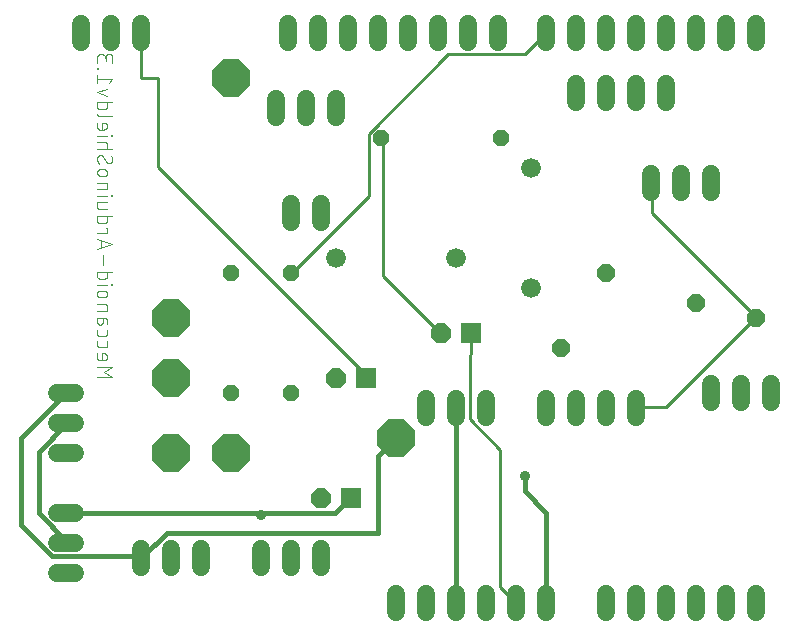
<source format=gbr>
G04 EAGLE Gerber X2 export*
%TF.Part,Single*%
%TF.FileFunction,Copper,L2,Bot,Mixed*%
%TF.FilePolarity,Positive*%
%TF.GenerationSoftware,Autodesk,EAGLE,9.1.3*%
%TF.CreationDate,2018-09-14T18:40:43Z*%
G75*
%MOMM*%
%FSLAX34Y34*%
%LPD*%
%AMOC8*
5,1,8,0,0,1.08239X$1,22.5*%
G01*
%ADD10C,0.101600*%
%ADD11C,1.676400*%
%ADD12P,3.436588X8X202.500000*%
%ADD13C,1.524000*%
%ADD14P,1.814519X8X22.500000*%
%ADD15R,1.676400X1.676400*%
%ADD16P,3.436588X8X112.500000*%
%ADD17P,1.429621X8X292.500000*%
%ADD18P,1.429621X8X202.500000*%
%ADD19P,1.649562X8X22.500000*%
%ADD20C,0.406400*%
%ADD21C,0.254000*%
%ADD22C,0.906400*%


D10*
X76708Y216408D02*
X89662Y216408D01*
X82465Y220726D01*
X89662Y225044D01*
X76708Y225044D01*
X76708Y232998D02*
X76708Y236597D01*
X76708Y232998D02*
X76710Y232906D01*
X76716Y232815D01*
X76725Y232724D01*
X76739Y232633D01*
X76756Y232543D01*
X76778Y232454D01*
X76803Y232366D01*
X76831Y232279D01*
X76864Y232193D01*
X76900Y232109D01*
X76939Y232026D01*
X76982Y231945D01*
X77029Y231866D01*
X77078Y231789D01*
X77131Y231714D01*
X77187Y231642D01*
X77246Y231572D01*
X77308Y231504D01*
X77373Y231439D01*
X77441Y231377D01*
X77511Y231318D01*
X77583Y231262D01*
X77658Y231209D01*
X77735Y231160D01*
X77814Y231113D01*
X77895Y231070D01*
X77978Y231031D01*
X78062Y230995D01*
X78148Y230962D01*
X78235Y230934D01*
X78323Y230909D01*
X78412Y230887D01*
X78502Y230870D01*
X78593Y230856D01*
X78684Y230847D01*
X78775Y230841D01*
X78867Y230839D01*
X82465Y230839D01*
X82571Y230841D01*
X82678Y230847D01*
X82784Y230857D01*
X82889Y230870D01*
X82994Y230888D01*
X83098Y230910D01*
X83202Y230935D01*
X83304Y230964D01*
X83405Y230997D01*
X83505Y231033D01*
X83604Y231074D01*
X83700Y231118D01*
X83796Y231165D01*
X83889Y231216D01*
X83981Y231270D01*
X84070Y231328D01*
X84157Y231389D01*
X84242Y231453D01*
X84325Y231520D01*
X84405Y231590D01*
X84482Y231664D01*
X84556Y231739D01*
X84628Y231818D01*
X84697Y231899D01*
X84762Y231983D01*
X84825Y232069D01*
X84884Y232157D01*
X84940Y232248D01*
X84993Y232340D01*
X85042Y232435D01*
X85088Y232531D01*
X85130Y232629D01*
X85168Y232728D01*
X85203Y232828D01*
X85234Y232930D01*
X85261Y233033D01*
X85285Y233137D01*
X85304Y233241D01*
X85320Y233347D01*
X85332Y233452D01*
X85340Y233558D01*
X85344Y233665D01*
X85344Y233771D01*
X85340Y233878D01*
X85332Y233984D01*
X85320Y234089D01*
X85304Y234195D01*
X85285Y234299D01*
X85261Y234403D01*
X85234Y234506D01*
X85203Y234608D01*
X85168Y234708D01*
X85130Y234807D01*
X85088Y234905D01*
X85042Y235001D01*
X84993Y235096D01*
X84940Y235188D01*
X84884Y235279D01*
X84825Y235367D01*
X84762Y235453D01*
X84697Y235537D01*
X84628Y235618D01*
X84556Y235697D01*
X84482Y235772D01*
X84405Y235846D01*
X84325Y235916D01*
X84242Y235983D01*
X84157Y236047D01*
X84070Y236108D01*
X83981Y236166D01*
X83889Y236220D01*
X83796Y236271D01*
X83700Y236318D01*
X83604Y236362D01*
X83505Y236403D01*
X83405Y236439D01*
X83304Y236472D01*
X83202Y236501D01*
X83098Y236526D01*
X82994Y236548D01*
X82889Y236566D01*
X82784Y236579D01*
X82678Y236589D01*
X82571Y236595D01*
X82465Y236597D01*
X81026Y236597D01*
X81026Y230839D01*
X76708Y243909D02*
X76708Y246788D01*
X76708Y243909D02*
X76710Y243817D01*
X76716Y243726D01*
X76725Y243635D01*
X76739Y243544D01*
X76756Y243454D01*
X76778Y243365D01*
X76803Y243277D01*
X76831Y243190D01*
X76864Y243104D01*
X76900Y243020D01*
X76939Y242937D01*
X76982Y242856D01*
X77029Y242777D01*
X77078Y242700D01*
X77131Y242625D01*
X77187Y242553D01*
X77246Y242483D01*
X77308Y242415D01*
X77373Y242350D01*
X77441Y242288D01*
X77511Y242229D01*
X77583Y242173D01*
X77658Y242120D01*
X77735Y242071D01*
X77814Y242024D01*
X77895Y241981D01*
X77978Y241942D01*
X78062Y241906D01*
X78148Y241873D01*
X78235Y241845D01*
X78323Y241820D01*
X78412Y241798D01*
X78502Y241781D01*
X78593Y241767D01*
X78684Y241758D01*
X78775Y241752D01*
X78867Y241750D01*
X83185Y241750D01*
X83277Y241752D01*
X83368Y241758D01*
X83459Y241767D01*
X83550Y241781D01*
X83640Y241798D01*
X83729Y241820D01*
X83817Y241845D01*
X83904Y241873D01*
X83990Y241906D01*
X84074Y241942D01*
X84157Y241981D01*
X84238Y242024D01*
X84317Y242071D01*
X84394Y242120D01*
X84469Y242173D01*
X84541Y242229D01*
X84611Y242288D01*
X84679Y242350D01*
X84744Y242415D01*
X84806Y242483D01*
X84865Y242553D01*
X84921Y242625D01*
X84974Y242700D01*
X85023Y242777D01*
X85070Y242856D01*
X85113Y242937D01*
X85152Y243020D01*
X85188Y243104D01*
X85221Y243190D01*
X85249Y243277D01*
X85274Y243365D01*
X85296Y243454D01*
X85313Y243544D01*
X85327Y243635D01*
X85336Y243726D01*
X85342Y243817D01*
X85344Y243909D01*
X85344Y246788D01*
X76708Y253548D02*
X76708Y256427D01*
X76708Y253548D02*
X76710Y253456D01*
X76716Y253365D01*
X76725Y253274D01*
X76739Y253183D01*
X76756Y253093D01*
X76778Y253004D01*
X76803Y252916D01*
X76831Y252829D01*
X76864Y252743D01*
X76900Y252659D01*
X76939Y252576D01*
X76982Y252495D01*
X77029Y252416D01*
X77078Y252339D01*
X77131Y252264D01*
X77187Y252192D01*
X77246Y252122D01*
X77308Y252054D01*
X77373Y251989D01*
X77441Y251927D01*
X77511Y251868D01*
X77583Y251812D01*
X77658Y251759D01*
X77735Y251710D01*
X77814Y251663D01*
X77895Y251620D01*
X77978Y251581D01*
X78062Y251545D01*
X78148Y251512D01*
X78235Y251484D01*
X78323Y251459D01*
X78412Y251437D01*
X78502Y251420D01*
X78593Y251406D01*
X78684Y251397D01*
X78775Y251391D01*
X78867Y251389D01*
X83185Y251389D01*
X83277Y251391D01*
X83368Y251397D01*
X83459Y251406D01*
X83550Y251420D01*
X83640Y251437D01*
X83729Y251459D01*
X83817Y251484D01*
X83904Y251512D01*
X83990Y251545D01*
X84074Y251581D01*
X84157Y251620D01*
X84238Y251663D01*
X84317Y251710D01*
X84394Y251759D01*
X84469Y251812D01*
X84541Y251868D01*
X84611Y251927D01*
X84679Y251989D01*
X84744Y252054D01*
X84806Y252122D01*
X84865Y252192D01*
X84921Y252264D01*
X84974Y252339D01*
X85023Y252416D01*
X85070Y252495D01*
X85113Y252576D01*
X85152Y252659D01*
X85188Y252743D01*
X85221Y252829D01*
X85249Y252916D01*
X85274Y253004D01*
X85296Y253093D01*
X85313Y253183D01*
X85327Y253274D01*
X85336Y253365D01*
X85342Y253456D01*
X85344Y253548D01*
X85344Y256427D01*
X81746Y263471D02*
X81746Y266710D01*
X81746Y263471D02*
X81744Y263372D01*
X81738Y263273D01*
X81729Y263175D01*
X81715Y263077D01*
X81698Y262980D01*
X81676Y262883D01*
X81651Y262787D01*
X81623Y262693D01*
X81590Y262599D01*
X81554Y262507D01*
X81515Y262416D01*
X81471Y262327D01*
X81425Y262240D01*
X81375Y262155D01*
X81321Y262072D01*
X81265Y261990D01*
X81205Y261912D01*
X81142Y261835D01*
X81077Y261761D01*
X81008Y261690D01*
X80937Y261621D01*
X80863Y261556D01*
X80786Y261493D01*
X80708Y261433D01*
X80626Y261377D01*
X80543Y261323D01*
X80458Y261273D01*
X80371Y261227D01*
X80282Y261183D01*
X80191Y261144D01*
X80099Y261108D01*
X80005Y261075D01*
X79911Y261047D01*
X79815Y261022D01*
X79718Y261000D01*
X79621Y260983D01*
X79523Y260969D01*
X79425Y260960D01*
X79326Y260954D01*
X79227Y260952D01*
X79128Y260954D01*
X79029Y260960D01*
X78931Y260969D01*
X78833Y260983D01*
X78736Y261000D01*
X78639Y261022D01*
X78543Y261047D01*
X78449Y261075D01*
X78355Y261108D01*
X78263Y261144D01*
X78172Y261183D01*
X78083Y261227D01*
X77996Y261273D01*
X77911Y261323D01*
X77828Y261377D01*
X77746Y261433D01*
X77668Y261493D01*
X77591Y261556D01*
X77517Y261621D01*
X77446Y261690D01*
X77377Y261761D01*
X77312Y261835D01*
X77249Y261912D01*
X77189Y261990D01*
X77133Y262072D01*
X77079Y262155D01*
X77029Y262240D01*
X76983Y262327D01*
X76939Y262416D01*
X76900Y262507D01*
X76864Y262599D01*
X76831Y262693D01*
X76803Y262787D01*
X76778Y262883D01*
X76756Y262980D01*
X76739Y263077D01*
X76725Y263175D01*
X76716Y263273D01*
X76710Y263372D01*
X76708Y263471D01*
X76708Y266710D01*
X83185Y266710D01*
X83277Y266708D01*
X83368Y266702D01*
X83459Y266693D01*
X83550Y266679D01*
X83640Y266662D01*
X83729Y266640D01*
X83817Y266615D01*
X83904Y266587D01*
X83990Y266554D01*
X84074Y266518D01*
X84157Y266479D01*
X84238Y266436D01*
X84317Y266389D01*
X84394Y266340D01*
X84469Y266287D01*
X84541Y266231D01*
X84611Y266172D01*
X84679Y266110D01*
X84744Y266045D01*
X84806Y265977D01*
X84865Y265907D01*
X84921Y265835D01*
X84974Y265760D01*
X85023Y265683D01*
X85070Y265604D01*
X85113Y265523D01*
X85152Y265440D01*
X85188Y265356D01*
X85221Y265270D01*
X85249Y265183D01*
X85274Y265095D01*
X85296Y265006D01*
X85313Y264916D01*
X85327Y264825D01*
X85336Y264734D01*
X85342Y264643D01*
X85344Y264551D01*
X85344Y261672D01*
X85344Y272749D02*
X76708Y272749D01*
X85344Y272749D02*
X85344Y276348D01*
X85342Y276440D01*
X85336Y276531D01*
X85327Y276622D01*
X85313Y276713D01*
X85296Y276803D01*
X85274Y276892D01*
X85249Y276980D01*
X85221Y277067D01*
X85188Y277153D01*
X85152Y277237D01*
X85113Y277320D01*
X85070Y277401D01*
X85023Y277480D01*
X84974Y277557D01*
X84921Y277632D01*
X84865Y277704D01*
X84806Y277774D01*
X84744Y277842D01*
X84679Y277907D01*
X84611Y277969D01*
X84541Y278028D01*
X84469Y278084D01*
X84394Y278137D01*
X84317Y278186D01*
X84238Y278233D01*
X84157Y278276D01*
X84074Y278315D01*
X83990Y278351D01*
X83904Y278384D01*
X83817Y278412D01*
X83729Y278437D01*
X83640Y278459D01*
X83550Y278476D01*
X83459Y278490D01*
X83368Y278499D01*
X83277Y278505D01*
X83185Y278507D01*
X76708Y278507D01*
X79587Y284065D02*
X82465Y284065D01*
X82571Y284067D01*
X82678Y284073D01*
X82784Y284083D01*
X82889Y284096D01*
X82994Y284114D01*
X83098Y284136D01*
X83202Y284161D01*
X83304Y284190D01*
X83405Y284223D01*
X83505Y284259D01*
X83604Y284300D01*
X83700Y284344D01*
X83796Y284391D01*
X83889Y284442D01*
X83981Y284496D01*
X84070Y284554D01*
X84157Y284615D01*
X84242Y284679D01*
X84325Y284746D01*
X84405Y284816D01*
X84482Y284890D01*
X84556Y284965D01*
X84628Y285044D01*
X84697Y285125D01*
X84762Y285209D01*
X84825Y285295D01*
X84884Y285383D01*
X84940Y285474D01*
X84993Y285566D01*
X85042Y285661D01*
X85088Y285757D01*
X85130Y285855D01*
X85168Y285954D01*
X85203Y286054D01*
X85234Y286156D01*
X85261Y286259D01*
X85285Y286363D01*
X85304Y286467D01*
X85320Y286573D01*
X85332Y286678D01*
X85340Y286784D01*
X85344Y286891D01*
X85344Y286997D01*
X85340Y287104D01*
X85332Y287210D01*
X85320Y287315D01*
X85304Y287421D01*
X85285Y287525D01*
X85261Y287629D01*
X85234Y287732D01*
X85203Y287834D01*
X85168Y287934D01*
X85130Y288033D01*
X85088Y288131D01*
X85042Y288227D01*
X84993Y288322D01*
X84940Y288414D01*
X84884Y288505D01*
X84825Y288593D01*
X84762Y288679D01*
X84697Y288763D01*
X84628Y288844D01*
X84556Y288923D01*
X84482Y288998D01*
X84405Y289072D01*
X84325Y289142D01*
X84242Y289209D01*
X84157Y289273D01*
X84070Y289334D01*
X83981Y289392D01*
X83889Y289446D01*
X83796Y289497D01*
X83700Y289544D01*
X83604Y289588D01*
X83505Y289629D01*
X83405Y289665D01*
X83304Y289698D01*
X83202Y289727D01*
X83098Y289752D01*
X82994Y289774D01*
X82889Y289792D01*
X82784Y289805D01*
X82678Y289815D01*
X82571Y289821D01*
X82465Y289823D01*
X82465Y289822D02*
X79587Y289822D01*
X79587Y289823D02*
X79481Y289821D01*
X79374Y289815D01*
X79268Y289805D01*
X79163Y289792D01*
X79058Y289774D01*
X78954Y289752D01*
X78850Y289727D01*
X78748Y289698D01*
X78647Y289665D01*
X78547Y289629D01*
X78448Y289588D01*
X78352Y289544D01*
X78256Y289497D01*
X78163Y289446D01*
X78071Y289392D01*
X77982Y289334D01*
X77895Y289273D01*
X77810Y289209D01*
X77727Y289142D01*
X77647Y289072D01*
X77570Y288998D01*
X77496Y288923D01*
X77424Y288844D01*
X77355Y288763D01*
X77290Y288679D01*
X77227Y288593D01*
X77168Y288505D01*
X77112Y288414D01*
X77059Y288322D01*
X77010Y288227D01*
X76964Y288131D01*
X76922Y288033D01*
X76884Y287934D01*
X76849Y287834D01*
X76818Y287732D01*
X76791Y287629D01*
X76767Y287525D01*
X76748Y287421D01*
X76732Y287315D01*
X76720Y287210D01*
X76712Y287104D01*
X76708Y286997D01*
X76708Y286891D01*
X76712Y286784D01*
X76720Y286678D01*
X76732Y286573D01*
X76748Y286467D01*
X76767Y286363D01*
X76791Y286259D01*
X76818Y286156D01*
X76849Y286054D01*
X76884Y285954D01*
X76922Y285855D01*
X76964Y285757D01*
X77010Y285661D01*
X77059Y285566D01*
X77112Y285474D01*
X77168Y285383D01*
X77227Y285295D01*
X77290Y285209D01*
X77355Y285125D01*
X77424Y285044D01*
X77496Y284965D01*
X77570Y284890D01*
X77647Y284816D01*
X77727Y284746D01*
X77810Y284679D01*
X77895Y284615D01*
X77982Y284554D01*
X78071Y284496D01*
X78163Y284442D01*
X78256Y284391D01*
X78352Y284344D01*
X78448Y284300D01*
X78547Y284259D01*
X78647Y284223D01*
X78748Y284190D01*
X78850Y284161D01*
X78954Y284136D01*
X79058Y284114D01*
X79163Y284096D01*
X79268Y284083D01*
X79374Y284073D01*
X79481Y284067D01*
X79587Y284065D01*
X76708Y294906D02*
X85344Y294906D01*
X88942Y294547D02*
X89662Y294547D01*
X89662Y295266D01*
X88942Y295266D01*
X88942Y294547D01*
X89662Y305686D02*
X76708Y305686D01*
X76708Y302088D01*
X76710Y301996D01*
X76716Y301905D01*
X76725Y301814D01*
X76739Y301723D01*
X76756Y301633D01*
X76778Y301544D01*
X76803Y301456D01*
X76831Y301369D01*
X76864Y301283D01*
X76900Y301199D01*
X76939Y301116D01*
X76982Y301035D01*
X77029Y300956D01*
X77078Y300879D01*
X77131Y300804D01*
X77187Y300732D01*
X77246Y300662D01*
X77308Y300594D01*
X77373Y300529D01*
X77441Y300467D01*
X77511Y300408D01*
X77583Y300352D01*
X77658Y300299D01*
X77735Y300250D01*
X77814Y300203D01*
X77895Y300160D01*
X77978Y300121D01*
X78062Y300085D01*
X78148Y300052D01*
X78235Y300024D01*
X78323Y299999D01*
X78412Y299977D01*
X78502Y299960D01*
X78593Y299946D01*
X78684Y299937D01*
X78775Y299931D01*
X78867Y299929D01*
X83185Y299929D01*
X83277Y299931D01*
X83368Y299937D01*
X83459Y299946D01*
X83550Y299960D01*
X83640Y299977D01*
X83729Y299999D01*
X83817Y300024D01*
X83904Y300052D01*
X83990Y300085D01*
X84074Y300121D01*
X84157Y300160D01*
X84238Y300203D01*
X84317Y300250D01*
X84394Y300299D01*
X84469Y300352D01*
X84541Y300408D01*
X84611Y300467D01*
X84679Y300529D01*
X84744Y300594D01*
X84806Y300662D01*
X84865Y300732D01*
X84921Y300804D01*
X84974Y300879D01*
X85023Y300956D01*
X85070Y301035D01*
X85113Y301116D01*
X85152Y301199D01*
X85188Y301283D01*
X85221Y301369D01*
X85249Y301456D01*
X85274Y301544D01*
X85296Y301633D01*
X85313Y301723D01*
X85327Y301814D01*
X85336Y301905D01*
X85342Y301996D01*
X85344Y302088D01*
X85344Y305686D01*
X81746Y311543D02*
X81746Y320179D01*
X76708Y324954D02*
X89662Y329272D01*
X76708Y333590D01*
X79947Y332511D02*
X79947Y326034D01*
X76708Y338617D02*
X85344Y338617D01*
X85344Y342935D01*
X83905Y342935D01*
X89662Y352625D02*
X76708Y352625D01*
X76708Y349027D01*
X76710Y348935D01*
X76716Y348844D01*
X76725Y348753D01*
X76739Y348662D01*
X76756Y348572D01*
X76778Y348483D01*
X76803Y348395D01*
X76831Y348308D01*
X76864Y348222D01*
X76900Y348138D01*
X76939Y348055D01*
X76982Y347974D01*
X77029Y347895D01*
X77078Y347818D01*
X77131Y347743D01*
X77187Y347671D01*
X77246Y347601D01*
X77308Y347533D01*
X77373Y347468D01*
X77441Y347406D01*
X77511Y347347D01*
X77583Y347291D01*
X77658Y347238D01*
X77735Y347189D01*
X77814Y347142D01*
X77895Y347099D01*
X77978Y347060D01*
X78062Y347024D01*
X78148Y346991D01*
X78235Y346963D01*
X78323Y346938D01*
X78412Y346916D01*
X78502Y346899D01*
X78593Y346885D01*
X78684Y346876D01*
X78775Y346870D01*
X78867Y346868D01*
X83185Y346868D01*
X83277Y346870D01*
X83368Y346876D01*
X83459Y346885D01*
X83550Y346899D01*
X83640Y346916D01*
X83729Y346938D01*
X83817Y346963D01*
X83904Y346991D01*
X83990Y347024D01*
X84074Y347060D01*
X84157Y347099D01*
X84238Y347142D01*
X84317Y347189D01*
X84394Y347238D01*
X84469Y347291D01*
X84541Y347347D01*
X84611Y347406D01*
X84679Y347468D01*
X84744Y347533D01*
X84806Y347601D01*
X84865Y347671D01*
X84921Y347743D01*
X84974Y347818D01*
X85023Y347895D01*
X85070Y347974D01*
X85113Y348055D01*
X85152Y348138D01*
X85188Y348222D01*
X85221Y348308D01*
X85249Y348395D01*
X85274Y348483D01*
X85296Y348572D01*
X85313Y348662D01*
X85327Y348753D01*
X85336Y348844D01*
X85342Y348935D01*
X85344Y349027D01*
X85344Y352625D01*
X85344Y358664D02*
X78867Y358664D01*
X78775Y358666D01*
X78684Y358672D01*
X78593Y358681D01*
X78502Y358695D01*
X78412Y358712D01*
X78323Y358734D01*
X78235Y358759D01*
X78148Y358787D01*
X78062Y358820D01*
X77978Y358856D01*
X77895Y358895D01*
X77814Y358938D01*
X77735Y358985D01*
X77658Y359034D01*
X77583Y359087D01*
X77511Y359143D01*
X77441Y359202D01*
X77373Y359264D01*
X77308Y359329D01*
X77246Y359397D01*
X77187Y359467D01*
X77131Y359539D01*
X77078Y359614D01*
X77029Y359691D01*
X76982Y359770D01*
X76939Y359851D01*
X76900Y359934D01*
X76864Y360018D01*
X76831Y360104D01*
X76803Y360191D01*
X76778Y360279D01*
X76756Y360368D01*
X76739Y360458D01*
X76725Y360549D01*
X76716Y360640D01*
X76710Y360731D01*
X76708Y360823D01*
X76708Y364422D01*
X85344Y364422D01*
X85344Y369925D02*
X76708Y369925D01*
X88942Y369565D02*
X89662Y369565D01*
X89662Y370285D01*
X88942Y370285D01*
X88942Y369565D01*
X85344Y375428D02*
X76708Y375428D01*
X85344Y375428D02*
X85344Y379027D01*
X85342Y379119D01*
X85336Y379210D01*
X85327Y379301D01*
X85313Y379392D01*
X85296Y379482D01*
X85274Y379571D01*
X85249Y379659D01*
X85221Y379746D01*
X85188Y379832D01*
X85152Y379916D01*
X85113Y379999D01*
X85070Y380080D01*
X85023Y380159D01*
X84974Y380236D01*
X84921Y380311D01*
X84865Y380383D01*
X84806Y380453D01*
X84744Y380521D01*
X84679Y380586D01*
X84611Y380648D01*
X84541Y380707D01*
X84469Y380763D01*
X84394Y380816D01*
X84317Y380865D01*
X84238Y380912D01*
X84157Y380955D01*
X84074Y380994D01*
X83990Y381030D01*
X83904Y381063D01*
X83817Y381091D01*
X83729Y381116D01*
X83640Y381138D01*
X83550Y381155D01*
X83459Y381169D01*
X83368Y381178D01*
X83277Y381184D01*
X83185Y381186D01*
X76708Y381186D01*
X79587Y386744D02*
X82465Y386744D01*
X82571Y386746D01*
X82678Y386752D01*
X82784Y386762D01*
X82889Y386775D01*
X82994Y386793D01*
X83098Y386815D01*
X83202Y386840D01*
X83304Y386869D01*
X83405Y386902D01*
X83505Y386938D01*
X83604Y386979D01*
X83700Y387023D01*
X83796Y387070D01*
X83889Y387121D01*
X83981Y387175D01*
X84070Y387233D01*
X84157Y387294D01*
X84242Y387358D01*
X84325Y387425D01*
X84405Y387495D01*
X84482Y387569D01*
X84556Y387644D01*
X84628Y387723D01*
X84697Y387804D01*
X84762Y387888D01*
X84825Y387974D01*
X84884Y388062D01*
X84940Y388153D01*
X84993Y388245D01*
X85042Y388340D01*
X85088Y388436D01*
X85130Y388534D01*
X85168Y388633D01*
X85203Y388733D01*
X85234Y388835D01*
X85261Y388938D01*
X85285Y389042D01*
X85304Y389146D01*
X85320Y389252D01*
X85332Y389357D01*
X85340Y389463D01*
X85344Y389570D01*
X85344Y389676D01*
X85340Y389783D01*
X85332Y389889D01*
X85320Y389994D01*
X85304Y390100D01*
X85285Y390204D01*
X85261Y390308D01*
X85234Y390411D01*
X85203Y390513D01*
X85168Y390613D01*
X85130Y390712D01*
X85088Y390810D01*
X85042Y390906D01*
X84993Y391001D01*
X84940Y391093D01*
X84884Y391184D01*
X84825Y391272D01*
X84762Y391358D01*
X84697Y391442D01*
X84628Y391523D01*
X84556Y391602D01*
X84482Y391677D01*
X84405Y391751D01*
X84325Y391821D01*
X84242Y391888D01*
X84157Y391952D01*
X84070Y392013D01*
X83981Y392071D01*
X83889Y392125D01*
X83796Y392176D01*
X83700Y392223D01*
X83604Y392267D01*
X83505Y392308D01*
X83405Y392344D01*
X83304Y392377D01*
X83202Y392406D01*
X83098Y392431D01*
X82994Y392453D01*
X82889Y392471D01*
X82784Y392484D01*
X82678Y392494D01*
X82571Y392500D01*
X82465Y392502D01*
X82465Y392501D02*
X79587Y392501D01*
X79587Y392502D02*
X79481Y392500D01*
X79374Y392494D01*
X79268Y392484D01*
X79163Y392471D01*
X79058Y392453D01*
X78954Y392431D01*
X78850Y392406D01*
X78748Y392377D01*
X78647Y392344D01*
X78547Y392308D01*
X78448Y392267D01*
X78352Y392223D01*
X78256Y392176D01*
X78163Y392125D01*
X78071Y392071D01*
X77982Y392013D01*
X77895Y391952D01*
X77810Y391888D01*
X77727Y391821D01*
X77647Y391751D01*
X77570Y391677D01*
X77496Y391602D01*
X77424Y391523D01*
X77355Y391442D01*
X77290Y391358D01*
X77227Y391272D01*
X77168Y391184D01*
X77112Y391093D01*
X77059Y391001D01*
X77010Y390906D01*
X76964Y390810D01*
X76922Y390712D01*
X76884Y390613D01*
X76849Y390513D01*
X76818Y390411D01*
X76791Y390308D01*
X76767Y390204D01*
X76748Y390100D01*
X76732Y389994D01*
X76720Y389889D01*
X76712Y389783D01*
X76708Y389676D01*
X76708Y389570D01*
X76712Y389463D01*
X76720Y389357D01*
X76732Y389252D01*
X76748Y389146D01*
X76767Y389042D01*
X76791Y388938D01*
X76818Y388835D01*
X76849Y388733D01*
X76884Y388633D01*
X76922Y388534D01*
X76964Y388436D01*
X77010Y388340D01*
X77059Y388245D01*
X77112Y388153D01*
X77168Y388062D01*
X77227Y387974D01*
X77290Y387888D01*
X77355Y387804D01*
X77424Y387723D01*
X77496Y387644D01*
X77570Y387569D01*
X77647Y387495D01*
X77727Y387425D01*
X77810Y387358D01*
X77895Y387294D01*
X77982Y387233D01*
X78071Y387175D01*
X78163Y387121D01*
X78256Y387070D01*
X78352Y387023D01*
X78448Y386979D01*
X78547Y386938D01*
X78647Y386902D01*
X78748Y386869D01*
X78850Y386840D01*
X78954Y386815D01*
X79058Y386793D01*
X79163Y386775D01*
X79268Y386762D01*
X79374Y386752D01*
X79481Y386746D01*
X79587Y386744D01*
X76708Y401658D02*
X76710Y401763D01*
X76716Y401868D01*
X76725Y401973D01*
X76739Y402077D01*
X76756Y402181D01*
X76777Y402284D01*
X76802Y402386D01*
X76830Y402487D01*
X76862Y402588D01*
X76898Y402686D01*
X76937Y402784D01*
X76980Y402880D01*
X77027Y402974D01*
X77076Y403067D01*
X77130Y403158D01*
X77186Y403247D01*
X77246Y403333D01*
X77308Y403418D01*
X77374Y403500D01*
X77443Y403579D01*
X77514Y403656D01*
X77589Y403731D01*
X77666Y403802D01*
X77745Y403871D01*
X77827Y403937D01*
X77912Y403999D01*
X77998Y404059D01*
X78087Y404116D01*
X78178Y404169D01*
X78271Y404218D01*
X78365Y404265D01*
X78461Y404308D01*
X78559Y404347D01*
X78657Y404383D01*
X78758Y404415D01*
X78859Y404443D01*
X78961Y404468D01*
X79064Y404489D01*
X79168Y404506D01*
X79272Y404520D01*
X79377Y404529D01*
X79482Y404535D01*
X79587Y404537D01*
X76708Y401658D02*
X76710Y401503D01*
X76716Y401348D01*
X76726Y401194D01*
X76740Y401040D01*
X76757Y400886D01*
X76779Y400732D01*
X76804Y400580D01*
X76834Y400428D01*
X76867Y400276D01*
X76904Y400126D01*
X76945Y399976D01*
X76990Y399828D01*
X77038Y399681D01*
X77091Y399535D01*
X77146Y399391D01*
X77206Y399248D01*
X77269Y399106D01*
X77336Y398967D01*
X77406Y398829D01*
X77480Y398693D01*
X77557Y398558D01*
X77638Y398426D01*
X77722Y398296D01*
X77809Y398168D01*
X77900Y398042D01*
X77993Y397919D01*
X78090Y397798D01*
X78190Y397680D01*
X78293Y397564D01*
X78399Y397451D01*
X78507Y397340D01*
X86783Y397699D02*
X86888Y397701D01*
X86993Y397707D01*
X87098Y397716D01*
X87202Y397730D01*
X87306Y397747D01*
X87409Y397768D01*
X87511Y397793D01*
X87612Y397821D01*
X87713Y397853D01*
X87811Y397889D01*
X87909Y397928D01*
X88005Y397971D01*
X88099Y398018D01*
X88192Y398067D01*
X88283Y398121D01*
X88372Y398177D01*
X88458Y398237D01*
X88543Y398299D01*
X88625Y398365D01*
X88704Y398434D01*
X88781Y398505D01*
X88856Y398580D01*
X88927Y398657D01*
X88996Y398736D01*
X89062Y398818D01*
X89124Y398903D01*
X89184Y398989D01*
X89240Y399078D01*
X89294Y399169D01*
X89343Y399262D01*
X89390Y399356D01*
X89433Y399452D01*
X89472Y399550D01*
X89508Y399648D01*
X89540Y399749D01*
X89568Y399850D01*
X89593Y399952D01*
X89614Y400055D01*
X89631Y400159D01*
X89645Y400263D01*
X89654Y400368D01*
X89660Y400473D01*
X89662Y400578D01*
X89663Y400578D02*
X89661Y400723D01*
X89655Y400867D01*
X89646Y401012D01*
X89632Y401156D01*
X89615Y401300D01*
X89593Y401443D01*
X89568Y401585D01*
X89539Y401727D01*
X89507Y401868D01*
X89470Y402008D01*
X89430Y402147D01*
X89386Y402285D01*
X89338Y402422D01*
X89287Y402557D01*
X89232Y402691D01*
X89174Y402823D01*
X89112Y402954D01*
X89046Y403083D01*
X88978Y403211D01*
X88905Y403336D01*
X88830Y403459D01*
X88751Y403581D01*
X88669Y403700D01*
X88583Y403817D01*
X84264Y399139D02*
X84319Y399049D01*
X84377Y398962D01*
X84437Y398877D01*
X84501Y398794D01*
X84568Y398714D01*
X84638Y398636D01*
X84711Y398560D01*
X84786Y398487D01*
X84864Y398417D01*
X84944Y398350D01*
X85026Y398285D01*
X85111Y398224D01*
X85198Y398166D01*
X85287Y398111D01*
X85378Y398059D01*
X85471Y398010D01*
X85565Y397965D01*
X85661Y397923D01*
X85758Y397884D01*
X85857Y397849D01*
X85957Y397818D01*
X86058Y397790D01*
X86160Y397766D01*
X86262Y397746D01*
X86366Y397729D01*
X86470Y397716D01*
X86574Y397706D01*
X86678Y397701D01*
X86783Y397699D01*
X82106Y403097D02*
X82051Y403187D01*
X81993Y403274D01*
X81932Y403359D01*
X81868Y403442D01*
X81802Y403522D01*
X81732Y403600D01*
X81659Y403676D01*
X81584Y403749D01*
X81506Y403819D01*
X81426Y403886D01*
X81344Y403951D01*
X81259Y404012D01*
X81172Y404070D01*
X81083Y404125D01*
X80992Y404177D01*
X80899Y404226D01*
X80805Y404271D01*
X80709Y404313D01*
X80612Y404352D01*
X80513Y404387D01*
X80413Y404418D01*
X80312Y404446D01*
X80210Y404470D01*
X80108Y404490D01*
X80004Y404507D01*
X79900Y404520D01*
X79796Y404530D01*
X79692Y404535D01*
X79587Y404537D01*
X82106Y403097D02*
X84265Y399139D01*
X89662Y409794D02*
X76708Y409794D01*
X85344Y409794D02*
X85344Y413393D01*
X85342Y413485D01*
X85336Y413576D01*
X85327Y413667D01*
X85313Y413758D01*
X85296Y413848D01*
X85274Y413937D01*
X85249Y414025D01*
X85221Y414112D01*
X85188Y414198D01*
X85152Y414282D01*
X85113Y414365D01*
X85070Y414446D01*
X85023Y414525D01*
X84974Y414602D01*
X84921Y414677D01*
X84865Y414749D01*
X84806Y414819D01*
X84744Y414887D01*
X84679Y414952D01*
X84611Y415014D01*
X84541Y415073D01*
X84469Y415129D01*
X84394Y415182D01*
X84317Y415231D01*
X84238Y415278D01*
X84157Y415321D01*
X84074Y415360D01*
X83990Y415396D01*
X83904Y415429D01*
X83817Y415457D01*
X83729Y415482D01*
X83640Y415504D01*
X83550Y415521D01*
X83459Y415535D01*
X83368Y415544D01*
X83277Y415550D01*
X83185Y415552D01*
X76708Y415552D01*
X76708Y421055D02*
X85344Y421055D01*
X88942Y420695D02*
X89662Y420695D01*
X89662Y421415D01*
X88942Y421415D01*
X88942Y420695D01*
X76708Y428298D02*
X76708Y431897D01*
X76708Y428298D02*
X76710Y428206D01*
X76716Y428115D01*
X76725Y428024D01*
X76739Y427933D01*
X76756Y427843D01*
X76778Y427754D01*
X76803Y427666D01*
X76831Y427579D01*
X76864Y427493D01*
X76900Y427409D01*
X76939Y427326D01*
X76982Y427245D01*
X77029Y427166D01*
X77078Y427089D01*
X77131Y427014D01*
X77187Y426942D01*
X77246Y426872D01*
X77308Y426804D01*
X77373Y426739D01*
X77441Y426677D01*
X77511Y426618D01*
X77583Y426562D01*
X77658Y426509D01*
X77735Y426460D01*
X77814Y426413D01*
X77895Y426370D01*
X77978Y426331D01*
X78062Y426295D01*
X78148Y426262D01*
X78235Y426234D01*
X78323Y426209D01*
X78412Y426187D01*
X78502Y426170D01*
X78593Y426156D01*
X78684Y426147D01*
X78775Y426141D01*
X78867Y426139D01*
X82465Y426139D01*
X82571Y426141D01*
X82678Y426147D01*
X82784Y426157D01*
X82889Y426170D01*
X82994Y426188D01*
X83098Y426210D01*
X83202Y426235D01*
X83304Y426264D01*
X83405Y426297D01*
X83505Y426333D01*
X83604Y426374D01*
X83700Y426418D01*
X83796Y426465D01*
X83889Y426516D01*
X83981Y426570D01*
X84070Y426628D01*
X84157Y426689D01*
X84242Y426753D01*
X84325Y426820D01*
X84405Y426890D01*
X84482Y426964D01*
X84556Y427039D01*
X84628Y427118D01*
X84697Y427199D01*
X84762Y427283D01*
X84825Y427369D01*
X84884Y427457D01*
X84940Y427548D01*
X84993Y427640D01*
X85042Y427735D01*
X85088Y427831D01*
X85130Y427929D01*
X85168Y428028D01*
X85203Y428128D01*
X85234Y428230D01*
X85261Y428333D01*
X85285Y428437D01*
X85304Y428541D01*
X85320Y428647D01*
X85332Y428752D01*
X85340Y428858D01*
X85344Y428965D01*
X85344Y429071D01*
X85340Y429178D01*
X85332Y429284D01*
X85320Y429389D01*
X85304Y429495D01*
X85285Y429599D01*
X85261Y429703D01*
X85234Y429806D01*
X85203Y429908D01*
X85168Y430008D01*
X85130Y430107D01*
X85088Y430205D01*
X85042Y430301D01*
X84993Y430396D01*
X84940Y430488D01*
X84884Y430579D01*
X84825Y430667D01*
X84762Y430753D01*
X84697Y430837D01*
X84628Y430918D01*
X84556Y430997D01*
X84482Y431072D01*
X84405Y431146D01*
X84325Y431216D01*
X84242Y431283D01*
X84157Y431347D01*
X84070Y431408D01*
X83981Y431466D01*
X83889Y431520D01*
X83796Y431571D01*
X83700Y431618D01*
X83604Y431662D01*
X83505Y431703D01*
X83405Y431739D01*
X83304Y431772D01*
X83202Y431801D01*
X83098Y431826D01*
X82994Y431848D01*
X82889Y431866D01*
X82784Y431879D01*
X82678Y431889D01*
X82571Y431895D01*
X82465Y431897D01*
X81026Y431897D01*
X81026Y426139D01*
X78867Y437212D02*
X89662Y437212D01*
X78867Y437212D02*
X78775Y437214D01*
X78684Y437220D01*
X78593Y437229D01*
X78502Y437243D01*
X78412Y437260D01*
X78323Y437282D01*
X78235Y437307D01*
X78148Y437335D01*
X78062Y437368D01*
X77978Y437404D01*
X77895Y437443D01*
X77814Y437486D01*
X77735Y437533D01*
X77658Y437582D01*
X77583Y437635D01*
X77511Y437691D01*
X77441Y437750D01*
X77373Y437812D01*
X77308Y437877D01*
X77246Y437945D01*
X77187Y438015D01*
X77131Y438087D01*
X77078Y438162D01*
X77029Y438239D01*
X76982Y438318D01*
X76939Y438399D01*
X76900Y438482D01*
X76864Y438566D01*
X76831Y438652D01*
X76803Y438739D01*
X76778Y438827D01*
X76756Y438916D01*
X76739Y439006D01*
X76725Y439097D01*
X76716Y439188D01*
X76710Y439279D01*
X76708Y439371D01*
X76708Y449437D02*
X89662Y449437D01*
X76708Y449437D02*
X76708Y445838D01*
X76710Y445746D01*
X76716Y445655D01*
X76725Y445564D01*
X76739Y445473D01*
X76756Y445383D01*
X76778Y445294D01*
X76803Y445206D01*
X76831Y445119D01*
X76864Y445033D01*
X76900Y444949D01*
X76939Y444866D01*
X76982Y444785D01*
X77029Y444706D01*
X77078Y444629D01*
X77131Y444554D01*
X77187Y444482D01*
X77246Y444412D01*
X77308Y444344D01*
X77373Y444279D01*
X77441Y444217D01*
X77511Y444158D01*
X77583Y444102D01*
X77658Y444049D01*
X77735Y444000D01*
X77814Y443953D01*
X77895Y443910D01*
X77978Y443871D01*
X78062Y443835D01*
X78148Y443802D01*
X78235Y443774D01*
X78323Y443749D01*
X78412Y443727D01*
X78502Y443710D01*
X78593Y443696D01*
X78684Y443687D01*
X78775Y443681D01*
X78867Y443679D01*
X83185Y443679D01*
X83277Y443681D01*
X83368Y443687D01*
X83459Y443696D01*
X83550Y443710D01*
X83640Y443727D01*
X83729Y443749D01*
X83817Y443774D01*
X83904Y443802D01*
X83990Y443835D01*
X84074Y443871D01*
X84157Y443910D01*
X84238Y443953D01*
X84317Y444000D01*
X84394Y444049D01*
X84469Y444102D01*
X84541Y444158D01*
X84611Y444217D01*
X84679Y444279D01*
X84744Y444344D01*
X84806Y444412D01*
X84865Y444482D01*
X84921Y444554D01*
X84974Y444629D01*
X85023Y444706D01*
X85070Y444785D01*
X85113Y444866D01*
X85152Y444949D01*
X85188Y445033D01*
X85221Y445119D01*
X85249Y445206D01*
X85274Y445294D01*
X85296Y445383D01*
X85313Y445473D01*
X85327Y445564D01*
X85336Y445655D01*
X85342Y445746D01*
X85344Y445838D01*
X85344Y449437D01*
X85344Y454638D02*
X76708Y457517D01*
X85344Y460395D01*
X86783Y465234D02*
X89662Y468832D01*
X76708Y468832D01*
X76708Y465234D02*
X76708Y472431D01*
X76708Y477273D02*
X77428Y477273D01*
X77428Y477993D01*
X76708Y477993D01*
X76708Y477273D01*
X76708Y482836D02*
X76708Y486434D01*
X76710Y486553D01*
X76716Y486672D01*
X76726Y486790D01*
X76739Y486909D01*
X76757Y487026D01*
X76779Y487143D01*
X76804Y487259D01*
X76833Y487375D01*
X76866Y487489D01*
X76903Y487602D01*
X76943Y487714D01*
X76988Y487825D01*
X77035Y487934D01*
X77087Y488041D01*
X77142Y488146D01*
X77200Y488250D01*
X77262Y488352D01*
X77327Y488451D01*
X77395Y488549D01*
X77467Y488644D01*
X77541Y488737D01*
X77619Y488827D01*
X77700Y488914D01*
X77783Y488999D01*
X77869Y489081D01*
X77958Y489160D01*
X78049Y489236D01*
X78143Y489309D01*
X78240Y489379D01*
X78338Y489446D01*
X78439Y489510D01*
X78541Y489570D01*
X78646Y489626D01*
X78753Y489679D01*
X78861Y489729D01*
X78970Y489775D01*
X79082Y489817D01*
X79194Y489856D01*
X79308Y489891D01*
X79423Y489922D01*
X79539Y489949D01*
X79655Y489973D01*
X79773Y489992D01*
X79890Y490008D01*
X80009Y490020D01*
X80128Y490028D01*
X80247Y490032D01*
X80365Y490032D01*
X80484Y490028D01*
X80603Y490020D01*
X80722Y490008D01*
X80839Y489992D01*
X80957Y489973D01*
X81073Y489949D01*
X81189Y489922D01*
X81304Y489891D01*
X81418Y489856D01*
X81530Y489817D01*
X81642Y489775D01*
X81751Y489729D01*
X81859Y489679D01*
X81966Y489626D01*
X82071Y489570D01*
X82173Y489510D01*
X82274Y489446D01*
X82372Y489379D01*
X82469Y489309D01*
X82563Y489236D01*
X82654Y489160D01*
X82743Y489081D01*
X82829Y488999D01*
X82912Y488914D01*
X82993Y488827D01*
X83071Y488737D01*
X83145Y488644D01*
X83217Y488549D01*
X83285Y488451D01*
X83350Y488352D01*
X83412Y488250D01*
X83470Y488146D01*
X83525Y488041D01*
X83577Y487934D01*
X83624Y487825D01*
X83669Y487714D01*
X83709Y487602D01*
X83746Y487489D01*
X83779Y487375D01*
X83808Y487259D01*
X83833Y487143D01*
X83855Y487026D01*
X83873Y486909D01*
X83886Y486790D01*
X83896Y486672D01*
X83902Y486553D01*
X83904Y486434D01*
X89662Y487154D02*
X89662Y482836D01*
X89662Y487154D02*
X89660Y487260D01*
X89654Y487367D01*
X89644Y487473D01*
X89631Y487578D01*
X89613Y487683D01*
X89591Y487787D01*
X89566Y487891D01*
X89537Y487993D01*
X89504Y488094D01*
X89468Y488194D01*
X89427Y488293D01*
X89383Y488389D01*
X89336Y488485D01*
X89285Y488578D01*
X89231Y488670D01*
X89173Y488759D01*
X89112Y488846D01*
X89048Y488931D01*
X88981Y489014D01*
X88911Y489094D01*
X88837Y489171D01*
X88762Y489245D01*
X88683Y489317D01*
X88602Y489386D01*
X88518Y489451D01*
X88432Y489514D01*
X88344Y489573D01*
X88253Y489629D01*
X88161Y489682D01*
X88066Y489731D01*
X87970Y489777D01*
X87872Y489819D01*
X87773Y489857D01*
X87673Y489892D01*
X87571Y489923D01*
X87468Y489950D01*
X87364Y489974D01*
X87260Y489993D01*
X87154Y490009D01*
X87049Y490021D01*
X86943Y490029D01*
X86836Y490033D01*
X86730Y490033D01*
X86623Y490029D01*
X86517Y490021D01*
X86412Y490009D01*
X86306Y489993D01*
X86202Y489974D01*
X86098Y489950D01*
X85995Y489923D01*
X85893Y489892D01*
X85793Y489857D01*
X85694Y489819D01*
X85596Y489777D01*
X85500Y489731D01*
X85405Y489682D01*
X85313Y489629D01*
X85222Y489573D01*
X85134Y489514D01*
X85048Y489451D01*
X84964Y489386D01*
X84883Y489317D01*
X84804Y489245D01*
X84729Y489171D01*
X84655Y489094D01*
X84585Y489014D01*
X84518Y488931D01*
X84454Y488846D01*
X84393Y488759D01*
X84335Y488670D01*
X84281Y488578D01*
X84230Y488485D01*
X84183Y488389D01*
X84139Y488293D01*
X84098Y488194D01*
X84062Y488094D01*
X84029Y487993D01*
X84000Y487891D01*
X83975Y487787D01*
X83953Y487683D01*
X83935Y487578D01*
X83922Y487473D01*
X83912Y487367D01*
X83906Y487260D01*
X83904Y487154D01*
X83905Y487154D02*
X83905Y484275D01*
D11*
X444500Y292100D03*
X444500Y393700D03*
X381000Y317500D03*
X279400Y317500D03*
D12*
X139700Y266700D03*
X139700Y215900D03*
X139700Y152400D03*
X190500Y152400D03*
D13*
X533400Y182880D02*
X533400Y198120D01*
X508000Y198120D02*
X508000Y182880D01*
X482600Y182880D02*
X482600Y198120D01*
X457200Y198120D02*
X457200Y182880D01*
X238760Y500380D02*
X238760Y515620D01*
X264160Y515620D02*
X264160Y500380D01*
X289560Y500380D02*
X289560Y515620D01*
X314960Y515620D02*
X314960Y500380D01*
X340360Y500380D02*
X340360Y515620D01*
X365760Y515620D02*
X365760Y500380D01*
X391160Y500380D02*
X391160Y515620D01*
X416560Y515620D02*
X416560Y500380D01*
X457200Y500380D02*
X457200Y515620D01*
X482600Y515620D02*
X482600Y500380D01*
X508000Y500380D02*
X508000Y515620D01*
X533400Y515620D02*
X533400Y500380D01*
X558800Y500380D02*
X558800Y515620D01*
X584200Y515620D02*
X584200Y500380D01*
X609600Y500380D02*
X609600Y515620D01*
X635000Y515620D02*
X635000Y500380D01*
X330200Y33020D02*
X330200Y17780D01*
X355600Y17780D02*
X355600Y33020D01*
X381000Y33020D02*
X381000Y17780D01*
X406400Y17780D02*
X406400Y33020D01*
X431800Y33020D02*
X431800Y17780D01*
X457200Y17780D02*
X457200Y33020D01*
X508000Y33020D02*
X508000Y17780D01*
X533400Y17780D02*
X533400Y33020D01*
X558800Y33020D02*
X558800Y17780D01*
X584200Y17780D02*
X584200Y33020D01*
X609600Y33020D02*
X609600Y17780D01*
X635000Y17780D02*
X635000Y33020D01*
X58420Y152400D02*
X43180Y152400D01*
X43180Y177800D02*
X58420Y177800D01*
X58420Y203200D02*
X43180Y203200D01*
X43180Y50800D02*
X58420Y50800D01*
X58420Y76200D02*
X43180Y76200D01*
X43180Y101600D02*
X58420Y101600D01*
X165100Y71120D02*
X165100Y55880D01*
X139700Y55880D02*
X139700Y71120D01*
X114300Y71120D02*
X114300Y55880D01*
X266700Y55880D02*
X266700Y71120D01*
X241300Y71120D02*
X241300Y55880D01*
X215900Y55880D02*
X215900Y71120D01*
D14*
X266700Y114300D03*
D15*
X292100Y114300D03*
D14*
X368300Y254000D03*
D15*
X393700Y254000D03*
D14*
X279400Y215900D03*
D15*
X304800Y215900D03*
D16*
X330200Y165100D03*
D12*
X190500Y469900D03*
D17*
X241300Y304800D03*
X241300Y203200D03*
D18*
X419100Y419100D03*
X317500Y419100D03*
D17*
X190500Y304800D03*
X190500Y203200D03*
D13*
X241300Y347980D02*
X241300Y363220D01*
X266700Y363220D02*
X266700Y347980D01*
X558800Y449580D02*
X558800Y464820D01*
X533400Y464820D02*
X533400Y449580D01*
X508000Y449580D02*
X508000Y464820D01*
X482600Y464820D02*
X482600Y449580D01*
X596900Y210820D02*
X596900Y195580D01*
X622300Y195580D02*
X622300Y210820D01*
X647700Y210820D02*
X647700Y195580D01*
X546100Y373380D02*
X546100Y388620D01*
X571500Y388620D02*
X571500Y373380D01*
X596900Y373380D02*
X596900Y388620D01*
X279400Y436880D02*
X279400Y452120D01*
X254000Y452120D02*
X254000Y436880D01*
X228600Y436880D02*
X228600Y452120D01*
D19*
X469900Y241300D03*
X508000Y304800D03*
X584200Y279400D03*
X635000Y266700D03*
D13*
X355600Y198120D02*
X355600Y182880D01*
X381000Y182880D02*
X381000Y198120D01*
X406400Y198120D02*
X406400Y182880D01*
X114300Y500380D02*
X114300Y515620D01*
X88900Y515620D02*
X88900Y500380D01*
X63500Y500380D02*
X63500Y515620D01*
D20*
X381000Y190500D02*
X381000Y25400D01*
D21*
X534416Y191008D02*
X558800Y191008D01*
X633984Y266192D01*
X534416Y191008D02*
X533400Y190500D01*
X633984Y266192D02*
X635000Y266700D01*
X546608Y355600D02*
X546608Y379984D01*
X546608Y355600D02*
X633984Y268224D01*
X546608Y379984D02*
X546100Y381000D01*
X633984Y268224D02*
X635000Y266700D01*
X306832Y369824D02*
X241808Y304800D01*
X306832Y369824D02*
X306832Y422656D01*
X373888Y489712D01*
X438912Y489712D01*
X457200Y508000D01*
X241808Y304800D02*
X241300Y304800D01*
X319024Y302260D02*
X319024Y418592D01*
X319024Y302260D02*
X367284Y254000D01*
X319024Y418592D02*
X317500Y419100D01*
X367284Y254000D02*
X368300Y254000D01*
X50800Y177800D02*
X50800Y176784D01*
D20*
X27375Y153359D01*
X50800Y78175D02*
X50800Y76200D01*
X50800Y78175D02*
X27375Y101600D01*
X27375Y153359D01*
D21*
X38608Y65024D02*
X113792Y65024D01*
X114300Y63500D01*
X135636Y84836D01*
D22*
X438912Y132588D03*
D20*
X457200Y101600D02*
X457200Y25400D01*
X457200Y101600D02*
X438912Y119888D01*
X438912Y132588D01*
X330200Y165100D02*
X314960Y149860D01*
X314960Y84836D01*
X135636Y84836D01*
X115824Y65024D01*
X113792Y65024D01*
X112776Y65024D02*
X114300Y63500D01*
X112776Y65024D02*
X38608Y65024D01*
X38551Y65024D01*
X32004Y71571D01*
X32004Y71628D01*
X12700Y90932D02*
X12700Y165100D01*
X12700Y90932D02*
X32004Y71628D01*
X12700Y165100D02*
X50800Y203200D01*
D21*
X215392Y101600D02*
X241300Y101600D01*
X215392Y101600D02*
X50800Y101600D01*
X418084Y154940D02*
X418084Y39116D01*
X418084Y154940D02*
X392176Y180848D01*
X392176Y217424D01*
X393700Y254000D01*
X418084Y39116D02*
X431800Y25400D01*
X128524Y394208D02*
X128524Y469900D01*
X128524Y394208D02*
X306832Y215900D01*
X128524Y469900D02*
X114300Y469900D01*
X215392Y101600D02*
X215392Y99568D01*
D22*
X215392Y99568D03*
D20*
X241300Y101600D02*
X278384Y101600D01*
X291084Y114300D01*
X292100Y114300D01*
X241300Y101600D02*
X50800Y101600D01*
D21*
X114300Y469900D02*
X114300Y508000D01*
X304800Y215900D02*
X306832Y215900D01*
M02*

</source>
